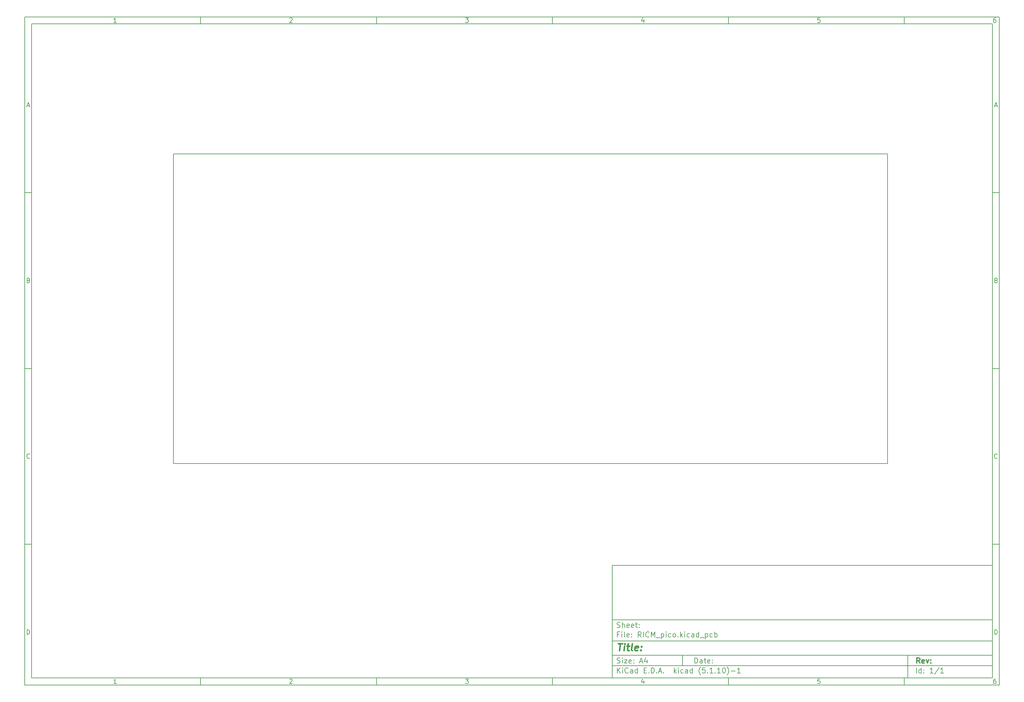
<source format=gko>
%TF.GenerationSoftware,KiCad,Pcbnew,(5.1.10)-1*%
%TF.CreationDate,2021-07-11T23:03:33-04:00*%
%TF.ProjectId,RICM_pico,5249434d-5f70-4696-936f-2e6b69636164,rev?*%
%TF.SameCoordinates,Original*%
%TF.FileFunction,Profile,NP*%
%FSLAX46Y46*%
G04 Gerber Fmt 4.6, Leading zero omitted, Abs format (unit mm)*
G04 Created by KiCad (PCBNEW (5.1.10)-1) date 2021-07-11 23:03:33*
%MOMM*%
%LPD*%
G01*
G04 APERTURE LIST*
%ADD10C,0.100000*%
%ADD11C,0.150000*%
%ADD12C,0.300000*%
%ADD13C,0.400000*%
%TA.AperFunction,Profile*%
%ADD14C,0.150000*%
%TD*%
G04 APERTURE END LIST*
D10*
D11*
X177002200Y-166007200D02*
X177002200Y-198007200D01*
X285002200Y-198007200D01*
X285002200Y-166007200D01*
X177002200Y-166007200D01*
D10*
D11*
X10000000Y-10000000D02*
X10000000Y-200007200D01*
X287002200Y-200007200D01*
X287002200Y-10000000D01*
X10000000Y-10000000D01*
D10*
D11*
X12000000Y-12000000D02*
X12000000Y-198007200D01*
X285002200Y-198007200D01*
X285002200Y-12000000D01*
X12000000Y-12000000D01*
D10*
D11*
X60000000Y-12000000D02*
X60000000Y-10000000D01*
D10*
D11*
X110000000Y-12000000D02*
X110000000Y-10000000D01*
D10*
D11*
X160000000Y-12000000D02*
X160000000Y-10000000D01*
D10*
D11*
X210000000Y-12000000D02*
X210000000Y-10000000D01*
D10*
D11*
X260000000Y-12000000D02*
X260000000Y-10000000D01*
D10*
D11*
X36065476Y-11588095D02*
X35322619Y-11588095D01*
X35694047Y-11588095D02*
X35694047Y-10288095D01*
X35570238Y-10473809D01*
X35446428Y-10597619D01*
X35322619Y-10659523D01*
D10*
D11*
X85322619Y-10411904D02*
X85384523Y-10350000D01*
X85508333Y-10288095D01*
X85817857Y-10288095D01*
X85941666Y-10350000D01*
X86003571Y-10411904D01*
X86065476Y-10535714D01*
X86065476Y-10659523D01*
X86003571Y-10845238D01*
X85260714Y-11588095D01*
X86065476Y-11588095D01*
D10*
D11*
X135260714Y-10288095D02*
X136065476Y-10288095D01*
X135632142Y-10783333D01*
X135817857Y-10783333D01*
X135941666Y-10845238D01*
X136003571Y-10907142D01*
X136065476Y-11030952D01*
X136065476Y-11340476D01*
X136003571Y-11464285D01*
X135941666Y-11526190D01*
X135817857Y-11588095D01*
X135446428Y-11588095D01*
X135322619Y-11526190D01*
X135260714Y-11464285D01*
D10*
D11*
X185941666Y-10721428D02*
X185941666Y-11588095D01*
X185632142Y-10226190D02*
X185322619Y-11154761D01*
X186127380Y-11154761D01*
D10*
D11*
X236003571Y-10288095D02*
X235384523Y-10288095D01*
X235322619Y-10907142D01*
X235384523Y-10845238D01*
X235508333Y-10783333D01*
X235817857Y-10783333D01*
X235941666Y-10845238D01*
X236003571Y-10907142D01*
X236065476Y-11030952D01*
X236065476Y-11340476D01*
X236003571Y-11464285D01*
X235941666Y-11526190D01*
X235817857Y-11588095D01*
X235508333Y-11588095D01*
X235384523Y-11526190D01*
X235322619Y-11464285D01*
D10*
D11*
X285941666Y-10288095D02*
X285694047Y-10288095D01*
X285570238Y-10350000D01*
X285508333Y-10411904D01*
X285384523Y-10597619D01*
X285322619Y-10845238D01*
X285322619Y-11340476D01*
X285384523Y-11464285D01*
X285446428Y-11526190D01*
X285570238Y-11588095D01*
X285817857Y-11588095D01*
X285941666Y-11526190D01*
X286003571Y-11464285D01*
X286065476Y-11340476D01*
X286065476Y-11030952D01*
X286003571Y-10907142D01*
X285941666Y-10845238D01*
X285817857Y-10783333D01*
X285570238Y-10783333D01*
X285446428Y-10845238D01*
X285384523Y-10907142D01*
X285322619Y-11030952D01*
D10*
D11*
X60000000Y-198007200D02*
X60000000Y-200007200D01*
D10*
D11*
X110000000Y-198007200D02*
X110000000Y-200007200D01*
D10*
D11*
X160000000Y-198007200D02*
X160000000Y-200007200D01*
D10*
D11*
X210000000Y-198007200D02*
X210000000Y-200007200D01*
D10*
D11*
X260000000Y-198007200D02*
X260000000Y-200007200D01*
D10*
D11*
X36065476Y-199595295D02*
X35322619Y-199595295D01*
X35694047Y-199595295D02*
X35694047Y-198295295D01*
X35570238Y-198481009D01*
X35446428Y-198604819D01*
X35322619Y-198666723D01*
D10*
D11*
X85322619Y-198419104D02*
X85384523Y-198357200D01*
X85508333Y-198295295D01*
X85817857Y-198295295D01*
X85941666Y-198357200D01*
X86003571Y-198419104D01*
X86065476Y-198542914D01*
X86065476Y-198666723D01*
X86003571Y-198852438D01*
X85260714Y-199595295D01*
X86065476Y-199595295D01*
D10*
D11*
X135260714Y-198295295D02*
X136065476Y-198295295D01*
X135632142Y-198790533D01*
X135817857Y-198790533D01*
X135941666Y-198852438D01*
X136003571Y-198914342D01*
X136065476Y-199038152D01*
X136065476Y-199347676D01*
X136003571Y-199471485D01*
X135941666Y-199533390D01*
X135817857Y-199595295D01*
X135446428Y-199595295D01*
X135322619Y-199533390D01*
X135260714Y-199471485D01*
D10*
D11*
X185941666Y-198728628D02*
X185941666Y-199595295D01*
X185632142Y-198233390D02*
X185322619Y-199161961D01*
X186127380Y-199161961D01*
D10*
D11*
X236003571Y-198295295D02*
X235384523Y-198295295D01*
X235322619Y-198914342D01*
X235384523Y-198852438D01*
X235508333Y-198790533D01*
X235817857Y-198790533D01*
X235941666Y-198852438D01*
X236003571Y-198914342D01*
X236065476Y-199038152D01*
X236065476Y-199347676D01*
X236003571Y-199471485D01*
X235941666Y-199533390D01*
X235817857Y-199595295D01*
X235508333Y-199595295D01*
X235384523Y-199533390D01*
X235322619Y-199471485D01*
D10*
D11*
X285941666Y-198295295D02*
X285694047Y-198295295D01*
X285570238Y-198357200D01*
X285508333Y-198419104D01*
X285384523Y-198604819D01*
X285322619Y-198852438D01*
X285322619Y-199347676D01*
X285384523Y-199471485D01*
X285446428Y-199533390D01*
X285570238Y-199595295D01*
X285817857Y-199595295D01*
X285941666Y-199533390D01*
X286003571Y-199471485D01*
X286065476Y-199347676D01*
X286065476Y-199038152D01*
X286003571Y-198914342D01*
X285941666Y-198852438D01*
X285817857Y-198790533D01*
X285570238Y-198790533D01*
X285446428Y-198852438D01*
X285384523Y-198914342D01*
X285322619Y-199038152D01*
D10*
D11*
X10000000Y-60000000D02*
X12000000Y-60000000D01*
D10*
D11*
X10000000Y-110000000D02*
X12000000Y-110000000D01*
D10*
D11*
X10000000Y-160000000D02*
X12000000Y-160000000D01*
D10*
D11*
X10690476Y-35216666D02*
X11309523Y-35216666D01*
X10566666Y-35588095D02*
X11000000Y-34288095D01*
X11433333Y-35588095D01*
D10*
D11*
X11092857Y-84907142D02*
X11278571Y-84969047D01*
X11340476Y-85030952D01*
X11402380Y-85154761D01*
X11402380Y-85340476D01*
X11340476Y-85464285D01*
X11278571Y-85526190D01*
X11154761Y-85588095D01*
X10659523Y-85588095D01*
X10659523Y-84288095D01*
X11092857Y-84288095D01*
X11216666Y-84350000D01*
X11278571Y-84411904D01*
X11340476Y-84535714D01*
X11340476Y-84659523D01*
X11278571Y-84783333D01*
X11216666Y-84845238D01*
X11092857Y-84907142D01*
X10659523Y-84907142D01*
D10*
D11*
X11402380Y-135464285D02*
X11340476Y-135526190D01*
X11154761Y-135588095D01*
X11030952Y-135588095D01*
X10845238Y-135526190D01*
X10721428Y-135402380D01*
X10659523Y-135278571D01*
X10597619Y-135030952D01*
X10597619Y-134845238D01*
X10659523Y-134597619D01*
X10721428Y-134473809D01*
X10845238Y-134350000D01*
X11030952Y-134288095D01*
X11154761Y-134288095D01*
X11340476Y-134350000D01*
X11402380Y-134411904D01*
D10*
D11*
X10659523Y-185588095D02*
X10659523Y-184288095D01*
X10969047Y-184288095D01*
X11154761Y-184350000D01*
X11278571Y-184473809D01*
X11340476Y-184597619D01*
X11402380Y-184845238D01*
X11402380Y-185030952D01*
X11340476Y-185278571D01*
X11278571Y-185402380D01*
X11154761Y-185526190D01*
X10969047Y-185588095D01*
X10659523Y-185588095D01*
D10*
D11*
X287002200Y-60000000D02*
X285002200Y-60000000D01*
D10*
D11*
X287002200Y-110000000D02*
X285002200Y-110000000D01*
D10*
D11*
X287002200Y-160000000D02*
X285002200Y-160000000D01*
D10*
D11*
X285692676Y-35216666D02*
X286311723Y-35216666D01*
X285568866Y-35588095D02*
X286002200Y-34288095D01*
X286435533Y-35588095D01*
D10*
D11*
X286095057Y-84907142D02*
X286280771Y-84969047D01*
X286342676Y-85030952D01*
X286404580Y-85154761D01*
X286404580Y-85340476D01*
X286342676Y-85464285D01*
X286280771Y-85526190D01*
X286156961Y-85588095D01*
X285661723Y-85588095D01*
X285661723Y-84288095D01*
X286095057Y-84288095D01*
X286218866Y-84350000D01*
X286280771Y-84411904D01*
X286342676Y-84535714D01*
X286342676Y-84659523D01*
X286280771Y-84783333D01*
X286218866Y-84845238D01*
X286095057Y-84907142D01*
X285661723Y-84907142D01*
D10*
D11*
X286404580Y-135464285D02*
X286342676Y-135526190D01*
X286156961Y-135588095D01*
X286033152Y-135588095D01*
X285847438Y-135526190D01*
X285723628Y-135402380D01*
X285661723Y-135278571D01*
X285599819Y-135030952D01*
X285599819Y-134845238D01*
X285661723Y-134597619D01*
X285723628Y-134473809D01*
X285847438Y-134350000D01*
X286033152Y-134288095D01*
X286156961Y-134288095D01*
X286342676Y-134350000D01*
X286404580Y-134411904D01*
D10*
D11*
X285661723Y-185588095D02*
X285661723Y-184288095D01*
X285971247Y-184288095D01*
X286156961Y-184350000D01*
X286280771Y-184473809D01*
X286342676Y-184597619D01*
X286404580Y-184845238D01*
X286404580Y-185030952D01*
X286342676Y-185278571D01*
X286280771Y-185402380D01*
X286156961Y-185526190D01*
X285971247Y-185588095D01*
X285661723Y-185588095D01*
D10*
D11*
X200434342Y-193785771D02*
X200434342Y-192285771D01*
X200791485Y-192285771D01*
X201005771Y-192357200D01*
X201148628Y-192500057D01*
X201220057Y-192642914D01*
X201291485Y-192928628D01*
X201291485Y-193142914D01*
X201220057Y-193428628D01*
X201148628Y-193571485D01*
X201005771Y-193714342D01*
X200791485Y-193785771D01*
X200434342Y-193785771D01*
X202577200Y-193785771D02*
X202577200Y-193000057D01*
X202505771Y-192857200D01*
X202362914Y-192785771D01*
X202077200Y-192785771D01*
X201934342Y-192857200D01*
X202577200Y-193714342D02*
X202434342Y-193785771D01*
X202077200Y-193785771D01*
X201934342Y-193714342D01*
X201862914Y-193571485D01*
X201862914Y-193428628D01*
X201934342Y-193285771D01*
X202077200Y-193214342D01*
X202434342Y-193214342D01*
X202577200Y-193142914D01*
X203077200Y-192785771D02*
X203648628Y-192785771D01*
X203291485Y-192285771D02*
X203291485Y-193571485D01*
X203362914Y-193714342D01*
X203505771Y-193785771D01*
X203648628Y-193785771D01*
X204720057Y-193714342D02*
X204577200Y-193785771D01*
X204291485Y-193785771D01*
X204148628Y-193714342D01*
X204077200Y-193571485D01*
X204077200Y-193000057D01*
X204148628Y-192857200D01*
X204291485Y-192785771D01*
X204577200Y-192785771D01*
X204720057Y-192857200D01*
X204791485Y-193000057D01*
X204791485Y-193142914D01*
X204077200Y-193285771D01*
X205434342Y-193642914D02*
X205505771Y-193714342D01*
X205434342Y-193785771D01*
X205362914Y-193714342D01*
X205434342Y-193642914D01*
X205434342Y-193785771D01*
X205434342Y-192857200D02*
X205505771Y-192928628D01*
X205434342Y-193000057D01*
X205362914Y-192928628D01*
X205434342Y-192857200D01*
X205434342Y-193000057D01*
D10*
D11*
X177002200Y-194507200D02*
X285002200Y-194507200D01*
D10*
D11*
X178434342Y-196585771D02*
X178434342Y-195085771D01*
X179291485Y-196585771D02*
X178648628Y-195728628D01*
X179291485Y-195085771D02*
X178434342Y-195942914D01*
X179934342Y-196585771D02*
X179934342Y-195585771D01*
X179934342Y-195085771D02*
X179862914Y-195157200D01*
X179934342Y-195228628D01*
X180005771Y-195157200D01*
X179934342Y-195085771D01*
X179934342Y-195228628D01*
X181505771Y-196442914D02*
X181434342Y-196514342D01*
X181220057Y-196585771D01*
X181077200Y-196585771D01*
X180862914Y-196514342D01*
X180720057Y-196371485D01*
X180648628Y-196228628D01*
X180577200Y-195942914D01*
X180577200Y-195728628D01*
X180648628Y-195442914D01*
X180720057Y-195300057D01*
X180862914Y-195157200D01*
X181077200Y-195085771D01*
X181220057Y-195085771D01*
X181434342Y-195157200D01*
X181505771Y-195228628D01*
X182791485Y-196585771D02*
X182791485Y-195800057D01*
X182720057Y-195657200D01*
X182577200Y-195585771D01*
X182291485Y-195585771D01*
X182148628Y-195657200D01*
X182791485Y-196514342D02*
X182648628Y-196585771D01*
X182291485Y-196585771D01*
X182148628Y-196514342D01*
X182077200Y-196371485D01*
X182077200Y-196228628D01*
X182148628Y-196085771D01*
X182291485Y-196014342D01*
X182648628Y-196014342D01*
X182791485Y-195942914D01*
X184148628Y-196585771D02*
X184148628Y-195085771D01*
X184148628Y-196514342D02*
X184005771Y-196585771D01*
X183720057Y-196585771D01*
X183577200Y-196514342D01*
X183505771Y-196442914D01*
X183434342Y-196300057D01*
X183434342Y-195871485D01*
X183505771Y-195728628D01*
X183577200Y-195657200D01*
X183720057Y-195585771D01*
X184005771Y-195585771D01*
X184148628Y-195657200D01*
X186005771Y-195800057D02*
X186505771Y-195800057D01*
X186720057Y-196585771D02*
X186005771Y-196585771D01*
X186005771Y-195085771D01*
X186720057Y-195085771D01*
X187362914Y-196442914D02*
X187434342Y-196514342D01*
X187362914Y-196585771D01*
X187291485Y-196514342D01*
X187362914Y-196442914D01*
X187362914Y-196585771D01*
X188077200Y-196585771D02*
X188077200Y-195085771D01*
X188434342Y-195085771D01*
X188648628Y-195157200D01*
X188791485Y-195300057D01*
X188862914Y-195442914D01*
X188934342Y-195728628D01*
X188934342Y-195942914D01*
X188862914Y-196228628D01*
X188791485Y-196371485D01*
X188648628Y-196514342D01*
X188434342Y-196585771D01*
X188077200Y-196585771D01*
X189577200Y-196442914D02*
X189648628Y-196514342D01*
X189577200Y-196585771D01*
X189505771Y-196514342D01*
X189577200Y-196442914D01*
X189577200Y-196585771D01*
X190220057Y-196157200D02*
X190934342Y-196157200D01*
X190077200Y-196585771D02*
X190577200Y-195085771D01*
X191077200Y-196585771D01*
X191577200Y-196442914D02*
X191648628Y-196514342D01*
X191577200Y-196585771D01*
X191505771Y-196514342D01*
X191577200Y-196442914D01*
X191577200Y-196585771D01*
X194577200Y-196585771D02*
X194577200Y-195085771D01*
X194720057Y-196014342D02*
X195148628Y-196585771D01*
X195148628Y-195585771D02*
X194577200Y-196157200D01*
X195791485Y-196585771D02*
X195791485Y-195585771D01*
X195791485Y-195085771D02*
X195720057Y-195157200D01*
X195791485Y-195228628D01*
X195862914Y-195157200D01*
X195791485Y-195085771D01*
X195791485Y-195228628D01*
X197148628Y-196514342D02*
X197005771Y-196585771D01*
X196720057Y-196585771D01*
X196577200Y-196514342D01*
X196505771Y-196442914D01*
X196434342Y-196300057D01*
X196434342Y-195871485D01*
X196505771Y-195728628D01*
X196577200Y-195657200D01*
X196720057Y-195585771D01*
X197005771Y-195585771D01*
X197148628Y-195657200D01*
X198434342Y-196585771D02*
X198434342Y-195800057D01*
X198362914Y-195657200D01*
X198220057Y-195585771D01*
X197934342Y-195585771D01*
X197791485Y-195657200D01*
X198434342Y-196514342D02*
X198291485Y-196585771D01*
X197934342Y-196585771D01*
X197791485Y-196514342D01*
X197720057Y-196371485D01*
X197720057Y-196228628D01*
X197791485Y-196085771D01*
X197934342Y-196014342D01*
X198291485Y-196014342D01*
X198434342Y-195942914D01*
X199791485Y-196585771D02*
X199791485Y-195085771D01*
X199791485Y-196514342D02*
X199648628Y-196585771D01*
X199362914Y-196585771D01*
X199220057Y-196514342D01*
X199148628Y-196442914D01*
X199077200Y-196300057D01*
X199077200Y-195871485D01*
X199148628Y-195728628D01*
X199220057Y-195657200D01*
X199362914Y-195585771D01*
X199648628Y-195585771D01*
X199791485Y-195657200D01*
X202077200Y-197157200D02*
X202005771Y-197085771D01*
X201862914Y-196871485D01*
X201791485Y-196728628D01*
X201720057Y-196514342D01*
X201648628Y-196157200D01*
X201648628Y-195871485D01*
X201720057Y-195514342D01*
X201791485Y-195300057D01*
X201862914Y-195157200D01*
X202005771Y-194942914D01*
X202077200Y-194871485D01*
X203362914Y-195085771D02*
X202648628Y-195085771D01*
X202577200Y-195800057D01*
X202648628Y-195728628D01*
X202791485Y-195657200D01*
X203148628Y-195657200D01*
X203291485Y-195728628D01*
X203362914Y-195800057D01*
X203434342Y-195942914D01*
X203434342Y-196300057D01*
X203362914Y-196442914D01*
X203291485Y-196514342D01*
X203148628Y-196585771D01*
X202791485Y-196585771D01*
X202648628Y-196514342D01*
X202577200Y-196442914D01*
X204077200Y-196442914D02*
X204148628Y-196514342D01*
X204077200Y-196585771D01*
X204005771Y-196514342D01*
X204077200Y-196442914D01*
X204077200Y-196585771D01*
X205577200Y-196585771D02*
X204720057Y-196585771D01*
X205148628Y-196585771D02*
X205148628Y-195085771D01*
X205005771Y-195300057D01*
X204862914Y-195442914D01*
X204720057Y-195514342D01*
X206220057Y-196442914D02*
X206291485Y-196514342D01*
X206220057Y-196585771D01*
X206148628Y-196514342D01*
X206220057Y-196442914D01*
X206220057Y-196585771D01*
X207720057Y-196585771D02*
X206862914Y-196585771D01*
X207291485Y-196585771D02*
X207291485Y-195085771D01*
X207148628Y-195300057D01*
X207005771Y-195442914D01*
X206862914Y-195514342D01*
X208648628Y-195085771D02*
X208791485Y-195085771D01*
X208934342Y-195157200D01*
X209005771Y-195228628D01*
X209077200Y-195371485D01*
X209148628Y-195657200D01*
X209148628Y-196014342D01*
X209077200Y-196300057D01*
X209005771Y-196442914D01*
X208934342Y-196514342D01*
X208791485Y-196585771D01*
X208648628Y-196585771D01*
X208505771Y-196514342D01*
X208434342Y-196442914D01*
X208362914Y-196300057D01*
X208291485Y-196014342D01*
X208291485Y-195657200D01*
X208362914Y-195371485D01*
X208434342Y-195228628D01*
X208505771Y-195157200D01*
X208648628Y-195085771D01*
X209648628Y-197157200D02*
X209720057Y-197085771D01*
X209862914Y-196871485D01*
X209934342Y-196728628D01*
X210005771Y-196514342D01*
X210077200Y-196157200D01*
X210077200Y-195871485D01*
X210005771Y-195514342D01*
X209934342Y-195300057D01*
X209862914Y-195157200D01*
X209720057Y-194942914D01*
X209648628Y-194871485D01*
X210791485Y-196014342D02*
X211934342Y-196014342D01*
X213434342Y-196585771D02*
X212577200Y-196585771D01*
X213005771Y-196585771D02*
X213005771Y-195085771D01*
X212862914Y-195300057D01*
X212720057Y-195442914D01*
X212577200Y-195514342D01*
D10*
D11*
X177002200Y-191507200D02*
X285002200Y-191507200D01*
D10*
D12*
X264411485Y-193785771D02*
X263911485Y-193071485D01*
X263554342Y-193785771D02*
X263554342Y-192285771D01*
X264125771Y-192285771D01*
X264268628Y-192357200D01*
X264340057Y-192428628D01*
X264411485Y-192571485D01*
X264411485Y-192785771D01*
X264340057Y-192928628D01*
X264268628Y-193000057D01*
X264125771Y-193071485D01*
X263554342Y-193071485D01*
X265625771Y-193714342D02*
X265482914Y-193785771D01*
X265197200Y-193785771D01*
X265054342Y-193714342D01*
X264982914Y-193571485D01*
X264982914Y-193000057D01*
X265054342Y-192857200D01*
X265197200Y-192785771D01*
X265482914Y-192785771D01*
X265625771Y-192857200D01*
X265697200Y-193000057D01*
X265697200Y-193142914D01*
X264982914Y-193285771D01*
X266197200Y-192785771D02*
X266554342Y-193785771D01*
X266911485Y-192785771D01*
X267482914Y-193642914D02*
X267554342Y-193714342D01*
X267482914Y-193785771D01*
X267411485Y-193714342D01*
X267482914Y-193642914D01*
X267482914Y-193785771D01*
X267482914Y-192857200D02*
X267554342Y-192928628D01*
X267482914Y-193000057D01*
X267411485Y-192928628D01*
X267482914Y-192857200D01*
X267482914Y-193000057D01*
D10*
D11*
X178362914Y-193714342D02*
X178577200Y-193785771D01*
X178934342Y-193785771D01*
X179077200Y-193714342D01*
X179148628Y-193642914D01*
X179220057Y-193500057D01*
X179220057Y-193357200D01*
X179148628Y-193214342D01*
X179077200Y-193142914D01*
X178934342Y-193071485D01*
X178648628Y-193000057D01*
X178505771Y-192928628D01*
X178434342Y-192857200D01*
X178362914Y-192714342D01*
X178362914Y-192571485D01*
X178434342Y-192428628D01*
X178505771Y-192357200D01*
X178648628Y-192285771D01*
X179005771Y-192285771D01*
X179220057Y-192357200D01*
X179862914Y-193785771D02*
X179862914Y-192785771D01*
X179862914Y-192285771D02*
X179791485Y-192357200D01*
X179862914Y-192428628D01*
X179934342Y-192357200D01*
X179862914Y-192285771D01*
X179862914Y-192428628D01*
X180434342Y-192785771D02*
X181220057Y-192785771D01*
X180434342Y-193785771D01*
X181220057Y-193785771D01*
X182362914Y-193714342D02*
X182220057Y-193785771D01*
X181934342Y-193785771D01*
X181791485Y-193714342D01*
X181720057Y-193571485D01*
X181720057Y-193000057D01*
X181791485Y-192857200D01*
X181934342Y-192785771D01*
X182220057Y-192785771D01*
X182362914Y-192857200D01*
X182434342Y-193000057D01*
X182434342Y-193142914D01*
X181720057Y-193285771D01*
X183077200Y-193642914D02*
X183148628Y-193714342D01*
X183077200Y-193785771D01*
X183005771Y-193714342D01*
X183077200Y-193642914D01*
X183077200Y-193785771D01*
X183077200Y-192857200D02*
X183148628Y-192928628D01*
X183077200Y-193000057D01*
X183005771Y-192928628D01*
X183077200Y-192857200D01*
X183077200Y-193000057D01*
X184862914Y-193357200D02*
X185577200Y-193357200D01*
X184720057Y-193785771D02*
X185220057Y-192285771D01*
X185720057Y-193785771D01*
X186862914Y-192785771D02*
X186862914Y-193785771D01*
X186505771Y-192214342D02*
X186148628Y-193285771D01*
X187077200Y-193285771D01*
D10*
D11*
X263434342Y-196585771D02*
X263434342Y-195085771D01*
X264791485Y-196585771D02*
X264791485Y-195085771D01*
X264791485Y-196514342D02*
X264648628Y-196585771D01*
X264362914Y-196585771D01*
X264220057Y-196514342D01*
X264148628Y-196442914D01*
X264077200Y-196300057D01*
X264077200Y-195871485D01*
X264148628Y-195728628D01*
X264220057Y-195657200D01*
X264362914Y-195585771D01*
X264648628Y-195585771D01*
X264791485Y-195657200D01*
X265505771Y-196442914D02*
X265577200Y-196514342D01*
X265505771Y-196585771D01*
X265434342Y-196514342D01*
X265505771Y-196442914D01*
X265505771Y-196585771D01*
X265505771Y-195657200D02*
X265577200Y-195728628D01*
X265505771Y-195800057D01*
X265434342Y-195728628D01*
X265505771Y-195657200D01*
X265505771Y-195800057D01*
X268148628Y-196585771D02*
X267291485Y-196585771D01*
X267720057Y-196585771D02*
X267720057Y-195085771D01*
X267577200Y-195300057D01*
X267434342Y-195442914D01*
X267291485Y-195514342D01*
X269862914Y-195014342D02*
X268577200Y-196942914D01*
X271148628Y-196585771D02*
X270291485Y-196585771D01*
X270720057Y-196585771D02*
X270720057Y-195085771D01*
X270577200Y-195300057D01*
X270434342Y-195442914D01*
X270291485Y-195514342D01*
D10*
D11*
X177002200Y-187507200D02*
X285002200Y-187507200D01*
D10*
D13*
X178714580Y-188211961D02*
X179857438Y-188211961D01*
X179036009Y-190211961D02*
X179286009Y-188211961D01*
X180274104Y-190211961D02*
X180440771Y-188878628D01*
X180524104Y-188211961D02*
X180416961Y-188307200D01*
X180500295Y-188402438D01*
X180607438Y-188307200D01*
X180524104Y-188211961D01*
X180500295Y-188402438D01*
X181107438Y-188878628D02*
X181869342Y-188878628D01*
X181476485Y-188211961D02*
X181262200Y-189926247D01*
X181333628Y-190116723D01*
X181512200Y-190211961D01*
X181702676Y-190211961D01*
X182655057Y-190211961D02*
X182476485Y-190116723D01*
X182405057Y-189926247D01*
X182619342Y-188211961D01*
X184190771Y-190116723D02*
X183988390Y-190211961D01*
X183607438Y-190211961D01*
X183428866Y-190116723D01*
X183357438Y-189926247D01*
X183452676Y-189164342D01*
X183571723Y-188973866D01*
X183774104Y-188878628D01*
X184155057Y-188878628D01*
X184333628Y-188973866D01*
X184405057Y-189164342D01*
X184381247Y-189354819D01*
X183405057Y-189545295D01*
X185155057Y-190021485D02*
X185238390Y-190116723D01*
X185131247Y-190211961D01*
X185047914Y-190116723D01*
X185155057Y-190021485D01*
X185131247Y-190211961D01*
X185286009Y-188973866D02*
X185369342Y-189069104D01*
X185262200Y-189164342D01*
X185178866Y-189069104D01*
X185286009Y-188973866D01*
X185262200Y-189164342D01*
D10*
D11*
X178934342Y-185600057D02*
X178434342Y-185600057D01*
X178434342Y-186385771D02*
X178434342Y-184885771D01*
X179148628Y-184885771D01*
X179720057Y-186385771D02*
X179720057Y-185385771D01*
X179720057Y-184885771D02*
X179648628Y-184957200D01*
X179720057Y-185028628D01*
X179791485Y-184957200D01*
X179720057Y-184885771D01*
X179720057Y-185028628D01*
X180648628Y-186385771D02*
X180505771Y-186314342D01*
X180434342Y-186171485D01*
X180434342Y-184885771D01*
X181791485Y-186314342D02*
X181648628Y-186385771D01*
X181362914Y-186385771D01*
X181220057Y-186314342D01*
X181148628Y-186171485D01*
X181148628Y-185600057D01*
X181220057Y-185457200D01*
X181362914Y-185385771D01*
X181648628Y-185385771D01*
X181791485Y-185457200D01*
X181862914Y-185600057D01*
X181862914Y-185742914D01*
X181148628Y-185885771D01*
X182505771Y-186242914D02*
X182577200Y-186314342D01*
X182505771Y-186385771D01*
X182434342Y-186314342D01*
X182505771Y-186242914D01*
X182505771Y-186385771D01*
X182505771Y-185457200D02*
X182577200Y-185528628D01*
X182505771Y-185600057D01*
X182434342Y-185528628D01*
X182505771Y-185457200D01*
X182505771Y-185600057D01*
X185220057Y-186385771D02*
X184720057Y-185671485D01*
X184362914Y-186385771D02*
X184362914Y-184885771D01*
X184934342Y-184885771D01*
X185077200Y-184957200D01*
X185148628Y-185028628D01*
X185220057Y-185171485D01*
X185220057Y-185385771D01*
X185148628Y-185528628D01*
X185077200Y-185600057D01*
X184934342Y-185671485D01*
X184362914Y-185671485D01*
X185862914Y-186385771D02*
X185862914Y-184885771D01*
X187434342Y-186242914D02*
X187362914Y-186314342D01*
X187148628Y-186385771D01*
X187005771Y-186385771D01*
X186791485Y-186314342D01*
X186648628Y-186171485D01*
X186577200Y-186028628D01*
X186505771Y-185742914D01*
X186505771Y-185528628D01*
X186577200Y-185242914D01*
X186648628Y-185100057D01*
X186791485Y-184957200D01*
X187005771Y-184885771D01*
X187148628Y-184885771D01*
X187362914Y-184957200D01*
X187434342Y-185028628D01*
X188077200Y-186385771D02*
X188077200Y-184885771D01*
X188577200Y-185957200D01*
X189077200Y-184885771D01*
X189077200Y-186385771D01*
X189434342Y-186528628D02*
X190577200Y-186528628D01*
X190934342Y-185385771D02*
X190934342Y-186885771D01*
X190934342Y-185457200D02*
X191077200Y-185385771D01*
X191362914Y-185385771D01*
X191505771Y-185457200D01*
X191577200Y-185528628D01*
X191648628Y-185671485D01*
X191648628Y-186100057D01*
X191577200Y-186242914D01*
X191505771Y-186314342D01*
X191362914Y-186385771D01*
X191077200Y-186385771D01*
X190934342Y-186314342D01*
X192291485Y-186385771D02*
X192291485Y-185385771D01*
X192291485Y-184885771D02*
X192220057Y-184957200D01*
X192291485Y-185028628D01*
X192362914Y-184957200D01*
X192291485Y-184885771D01*
X192291485Y-185028628D01*
X193648628Y-186314342D02*
X193505771Y-186385771D01*
X193220057Y-186385771D01*
X193077200Y-186314342D01*
X193005771Y-186242914D01*
X192934342Y-186100057D01*
X192934342Y-185671485D01*
X193005771Y-185528628D01*
X193077200Y-185457200D01*
X193220057Y-185385771D01*
X193505771Y-185385771D01*
X193648628Y-185457200D01*
X194505771Y-186385771D02*
X194362914Y-186314342D01*
X194291485Y-186242914D01*
X194220057Y-186100057D01*
X194220057Y-185671485D01*
X194291485Y-185528628D01*
X194362914Y-185457200D01*
X194505771Y-185385771D01*
X194720057Y-185385771D01*
X194862914Y-185457200D01*
X194934342Y-185528628D01*
X195005771Y-185671485D01*
X195005771Y-186100057D01*
X194934342Y-186242914D01*
X194862914Y-186314342D01*
X194720057Y-186385771D01*
X194505771Y-186385771D01*
X195648628Y-186242914D02*
X195720057Y-186314342D01*
X195648628Y-186385771D01*
X195577200Y-186314342D01*
X195648628Y-186242914D01*
X195648628Y-186385771D01*
X196362914Y-186385771D02*
X196362914Y-184885771D01*
X196505771Y-185814342D02*
X196934342Y-186385771D01*
X196934342Y-185385771D02*
X196362914Y-185957200D01*
X197577200Y-186385771D02*
X197577200Y-185385771D01*
X197577200Y-184885771D02*
X197505771Y-184957200D01*
X197577200Y-185028628D01*
X197648628Y-184957200D01*
X197577200Y-184885771D01*
X197577200Y-185028628D01*
X198934342Y-186314342D02*
X198791485Y-186385771D01*
X198505771Y-186385771D01*
X198362914Y-186314342D01*
X198291485Y-186242914D01*
X198220057Y-186100057D01*
X198220057Y-185671485D01*
X198291485Y-185528628D01*
X198362914Y-185457200D01*
X198505771Y-185385771D01*
X198791485Y-185385771D01*
X198934342Y-185457200D01*
X200220057Y-186385771D02*
X200220057Y-185600057D01*
X200148628Y-185457200D01*
X200005771Y-185385771D01*
X199720057Y-185385771D01*
X199577200Y-185457200D01*
X200220057Y-186314342D02*
X200077200Y-186385771D01*
X199720057Y-186385771D01*
X199577200Y-186314342D01*
X199505771Y-186171485D01*
X199505771Y-186028628D01*
X199577200Y-185885771D01*
X199720057Y-185814342D01*
X200077200Y-185814342D01*
X200220057Y-185742914D01*
X201577200Y-186385771D02*
X201577200Y-184885771D01*
X201577200Y-186314342D02*
X201434342Y-186385771D01*
X201148628Y-186385771D01*
X201005771Y-186314342D01*
X200934342Y-186242914D01*
X200862914Y-186100057D01*
X200862914Y-185671485D01*
X200934342Y-185528628D01*
X201005771Y-185457200D01*
X201148628Y-185385771D01*
X201434342Y-185385771D01*
X201577200Y-185457200D01*
X201934342Y-186528628D02*
X203077200Y-186528628D01*
X203434342Y-185385771D02*
X203434342Y-186885771D01*
X203434342Y-185457200D02*
X203577200Y-185385771D01*
X203862914Y-185385771D01*
X204005771Y-185457200D01*
X204077200Y-185528628D01*
X204148628Y-185671485D01*
X204148628Y-186100057D01*
X204077200Y-186242914D01*
X204005771Y-186314342D01*
X203862914Y-186385771D01*
X203577200Y-186385771D01*
X203434342Y-186314342D01*
X205434342Y-186314342D02*
X205291485Y-186385771D01*
X205005771Y-186385771D01*
X204862914Y-186314342D01*
X204791485Y-186242914D01*
X204720057Y-186100057D01*
X204720057Y-185671485D01*
X204791485Y-185528628D01*
X204862914Y-185457200D01*
X205005771Y-185385771D01*
X205291485Y-185385771D01*
X205434342Y-185457200D01*
X206077200Y-186385771D02*
X206077200Y-184885771D01*
X206077200Y-185457200D02*
X206220057Y-185385771D01*
X206505771Y-185385771D01*
X206648628Y-185457200D01*
X206720057Y-185528628D01*
X206791485Y-185671485D01*
X206791485Y-186100057D01*
X206720057Y-186242914D01*
X206648628Y-186314342D01*
X206505771Y-186385771D01*
X206220057Y-186385771D01*
X206077200Y-186314342D01*
D10*
D11*
X177002200Y-181507200D02*
X285002200Y-181507200D01*
D10*
D11*
X178362914Y-183614342D02*
X178577200Y-183685771D01*
X178934342Y-183685771D01*
X179077200Y-183614342D01*
X179148628Y-183542914D01*
X179220057Y-183400057D01*
X179220057Y-183257200D01*
X179148628Y-183114342D01*
X179077200Y-183042914D01*
X178934342Y-182971485D01*
X178648628Y-182900057D01*
X178505771Y-182828628D01*
X178434342Y-182757200D01*
X178362914Y-182614342D01*
X178362914Y-182471485D01*
X178434342Y-182328628D01*
X178505771Y-182257200D01*
X178648628Y-182185771D01*
X179005771Y-182185771D01*
X179220057Y-182257200D01*
X179862914Y-183685771D02*
X179862914Y-182185771D01*
X180505771Y-183685771D02*
X180505771Y-182900057D01*
X180434342Y-182757200D01*
X180291485Y-182685771D01*
X180077200Y-182685771D01*
X179934342Y-182757200D01*
X179862914Y-182828628D01*
X181791485Y-183614342D02*
X181648628Y-183685771D01*
X181362914Y-183685771D01*
X181220057Y-183614342D01*
X181148628Y-183471485D01*
X181148628Y-182900057D01*
X181220057Y-182757200D01*
X181362914Y-182685771D01*
X181648628Y-182685771D01*
X181791485Y-182757200D01*
X181862914Y-182900057D01*
X181862914Y-183042914D01*
X181148628Y-183185771D01*
X183077200Y-183614342D02*
X182934342Y-183685771D01*
X182648628Y-183685771D01*
X182505771Y-183614342D01*
X182434342Y-183471485D01*
X182434342Y-182900057D01*
X182505771Y-182757200D01*
X182648628Y-182685771D01*
X182934342Y-182685771D01*
X183077200Y-182757200D01*
X183148628Y-182900057D01*
X183148628Y-183042914D01*
X182434342Y-183185771D01*
X183577200Y-182685771D02*
X184148628Y-182685771D01*
X183791485Y-182185771D02*
X183791485Y-183471485D01*
X183862914Y-183614342D01*
X184005771Y-183685771D01*
X184148628Y-183685771D01*
X184648628Y-183542914D02*
X184720057Y-183614342D01*
X184648628Y-183685771D01*
X184577200Y-183614342D01*
X184648628Y-183542914D01*
X184648628Y-183685771D01*
X184648628Y-182757200D02*
X184720057Y-182828628D01*
X184648628Y-182900057D01*
X184577200Y-182828628D01*
X184648628Y-182757200D01*
X184648628Y-182900057D01*
D10*
D11*
X197002200Y-191507200D02*
X197002200Y-194507200D01*
D10*
D11*
X261002200Y-191507200D02*
X261002200Y-198007200D01*
D14*
X255246000Y-136978000D02*
X52246000Y-136978000D01*
X255246000Y-48978000D02*
X52246000Y-48978000D01*
X255246000Y-48978000D02*
X255246000Y-136978000D01*
X52246000Y-48978000D02*
X52246000Y-136978000D01*
M02*

</source>
